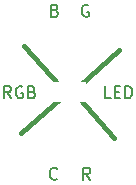
<source format=gto>
%TF.GenerationSoftware,KiCad,Pcbnew,4.0.5-e0-6337~49~ubuntu16.04.1*%
%TF.CreationDate,2017-02-14T01:47:49-08:00*%
%TF.ProjectId,2x2-LED-RGB-SMT,3278322D4C45442D5247422D534D542E,1.0*%
%TF.FileFunction,Legend,Top*%
%FSLAX46Y46*%
G04 Gerber Fmt 4.6, Leading zero omitted, Abs format (unit mm)*
G04 Created by KiCad (PCBNEW 4.0.5-e0-6337~49~ubuntu16.04.1) date Tue Feb 14 01:47:49 2017*
%MOMM*%
%LPD*%
G01*
G04 APERTURE LIST*
%ADD10C,0.350000*%
%ADD11C,0.152400*%
%ADD12C,0.400000*%
%ADD13R,1.002400X0.652400*%
G04 APERTURE END LIST*
D10*
D11*
X32031577Y-30426539D02*
X31547768Y-30426539D01*
X31547768Y-29410539D01*
X32370244Y-29894349D02*
X32708910Y-29894349D01*
X32854053Y-30426539D02*
X32370244Y-30426539D01*
X32370244Y-29410539D01*
X32854053Y-29410539D01*
X33289482Y-30426539D02*
X33289482Y-29410539D01*
X33531387Y-29410539D01*
X33676529Y-29458920D01*
X33773291Y-29555682D01*
X33821672Y-29652444D01*
X33870053Y-29845968D01*
X33870053Y-29991110D01*
X33821672Y-30184634D01*
X33773291Y-30281396D01*
X33676529Y-30378158D01*
X33531387Y-30426539D01*
X33289482Y-30426539D01*
X23601196Y-30426539D02*
X23262530Y-29942730D01*
X23020625Y-30426539D02*
X23020625Y-29410539D01*
X23407672Y-29410539D01*
X23504434Y-29458920D01*
X23552815Y-29507301D01*
X23601196Y-29604063D01*
X23601196Y-29749206D01*
X23552815Y-29845968D01*
X23504434Y-29894349D01*
X23407672Y-29942730D01*
X23020625Y-29942730D01*
X24568815Y-29458920D02*
X24472053Y-29410539D01*
X24326910Y-29410539D01*
X24181768Y-29458920D01*
X24085006Y-29555682D01*
X24036625Y-29652444D01*
X23988244Y-29845968D01*
X23988244Y-29991110D01*
X24036625Y-30184634D01*
X24085006Y-30281396D01*
X24181768Y-30378158D01*
X24326910Y-30426539D01*
X24423672Y-30426539D01*
X24568815Y-30378158D01*
X24617196Y-30329777D01*
X24617196Y-29991110D01*
X24423672Y-29991110D01*
X25391291Y-29894349D02*
X25536434Y-29942730D01*
X25584815Y-29991110D01*
X25633196Y-30087872D01*
X25633196Y-30233015D01*
X25584815Y-30329777D01*
X25536434Y-30378158D01*
X25439672Y-30426539D01*
X25052625Y-30426539D01*
X25052625Y-29410539D01*
X25391291Y-29410539D01*
X25488053Y-29458920D01*
X25536434Y-29507301D01*
X25584815Y-29604063D01*
X25584815Y-29700825D01*
X25536434Y-29797587D01*
X25488053Y-29845968D01*
X25391291Y-29894349D01*
X25052625Y-29894349D01*
X30316956Y-37325179D02*
X29978290Y-36841370D01*
X29736385Y-37325179D02*
X29736385Y-36309179D01*
X30123432Y-36309179D01*
X30220194Y-36357560D01*
X30268575Y-36405941D01*
X30316956Y-36502703D01*
X30316956Y-36647846D01*
X30268575Y-36744608D01*
X30220194Y-36792989D01*
X30123432Y-36841370D01*
X29736385Y-36841370D01*
X30156815Y-22560280D02*
X30060053Y-22511899D01*
X29914910Y-22511899D01*
X29769768Y-22560280D01*
X29673006Y-22657042D01*
X29624625Y-22753804D01*
X29576244Y-22947328D01*
X29576244Y-23092470D01*
X29624625Y-23285994D01*
X29673006Y-23382756D01*
X29769768Y-23479518D01*
X29914910Y-23527899D01*
X30011672Y-23527899D01*
X30156815Y-23479518D01*
X30205196Y-23431137D01*
X30205196Y-23092470D01*
X30011672Y-23092470D01*
X27522956Y-37228417D02*
X27474575Y-37276798D01*
X27329432Y-37325179D01*
X27232670Y-37325179D01*
X27087528Y-37276798D01*
X26990766Y-37180036D01*
X26942385Y-37083274D01*
X26894004Y-36889750D01*
X26894004Y-36744608D01*
X26942385Y-36551084D01*
X26990766Y-36454322D01*
X27087528Y-36357560D01*
X27232670Y-36309179D01*
X27329432Y-36309179D01*
X27474575Y-36357560D01*
X27522956Y-36405941D01*
X27342011Y-22995709D02*
X27487154Y-23044090D01*
X27535535Y-23092470D01*
X27583916Y-23189232D01*
X27583916Y-23334375D01*
X27535535Y-23431137D01*
X27487154Y-23479518D01*
X27390392Y-23527899D01*
X27003345Y-23527899D01*
X27003345Y-22511899D01*
X27342011Y-22511899D01*
X27438773Y-22560280D01*
X27487154Y-22608661D01*
X27535535Y-22705423D01*
X27535535Y-22802185D01*
X27487154Y-22898947D01*
X27438773Y-22947328D01*
X27342011Y-22995709D01*
X27003345Y-22995709D01*
D12*
X27720280Y-29369960D02*
X24720280Y-25969960D01*
X27820280Y-30369960D02*
X24420280Y-33369960D01*
X29320280Y-29369960D02*
X32720280Y-26369960D01*
X29320280Y-30369960D02*
X32320280Y-33769960D01*
%LPC*%
D13*
X27720280Y-30369960D03*
X27720280Y-29369960D03*
X29470280Y-30369960D03*
X29470280Y-29369960D03*
M02*

</source>
